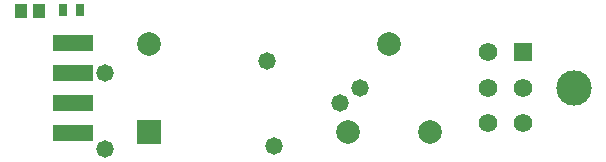
<source format=gts>
G04*
G04 #@! TF.GenerationSoftware,Altium Limited,Altium Designer,23.8.1 (32)*
G04*
G04 Layer_Color=8388736*
%FSLAX44Y44*%
%MOMM*%
G71*
G04*
G04 #@! TF.SameCoordinates,518562CC-B56E-4454-A7A6-5D8183682021*
G04*
G04*
G04 #@! TF.FilePolarity,Negative*
G04*
G01*
G75*
%ADD18R,0.8032X1.0032*%
%ADD19R,1.1032X1.3032*%
%ADD20R,3.3832X1.4732*%
%ADD21C,1.5700*%
%ADD22R,1.5700X1.5700*%
%ADD23C,3.0000*%
%ADD24C,2.0000*%
%ADD25R,2.0000X2.0000*%
%ADD26C,1.4732*%
D18*
X327290Y1283970D02*
D03*
X312790D02*
D03*
D19*
X291980Y1282700D02*
D03*
X276980D02*
D03*
D20*
X320723Y1256030D02*
D03*
Y1230630D02*
D03*
Y1179830D02*
D03*
Y1205230D02*
D03*
D21*
X672030Y1187930D02*
D03*
Y1217930D02*
D03*
Y1247930D02*
D03*
X702030Y1187930D02*
D03*
Y1217930D02*
D03*
D22*
Y1247930D02*
D03*
D23*
X745230Y1217930D02*
D03*
D24*
X385660Y1255430D02*
D03*
X623660Y1180430D02*
D03*
X553660D02*
D03*
X588660Y1255430D02*
D03*
D25*
X385660Y1180430D02*
D03*
D26*
X485140Y1240790D02*
D03*
X547370Y1205230D02*
D03*
X563880Y1217930D02*
D03*
X491490Y1168400D02*
D03*
X347980Y1230630D02*
D03*
Y1165860D02*
D03*
M02*

</source>
